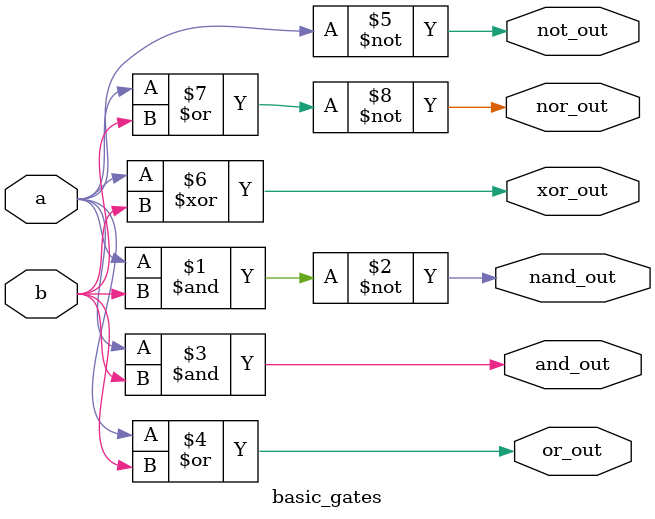
<source format=v>



module basic_gates(
    input wire a, b,
    output wire nand_out, and_out, or_out, not_out, xor_out, nor_out
);
    assign nand_out = ~(a & b);
    assign and_out = a & b;
    assign or_out = a | b;
    assign not_out = ~a;
    assign xor_out = a ^ b;
    assign nor_out = ~(a | b);
endmodule

</source>
